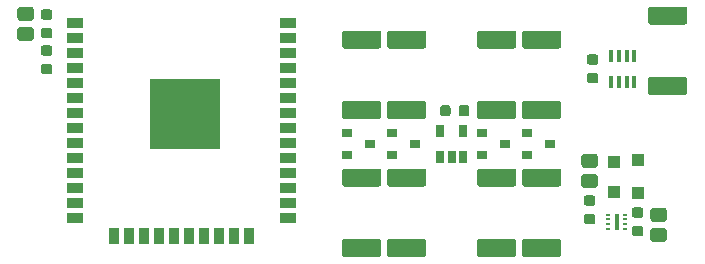
<source format=gtp>
G04 #@! TF.GenerationSoftware,KiCad,Pcbnew,5.0.0-rc3-unknown-3df2743~65~ubuntu18.04.1*
G04 #@! TF.CreationDate,2018-07-04T11:38:03+02:00*
G04 #@! TF.ProjectId,ESP32-li-ion-cell-monitor,45535033322D6C692D696F6E2D63656C,1.0*
G04 #@! TF.SameCoordinates,Original*
G04 #@! TF.FileFunction,Paste,Top*
G04 #@! TF.FilePolarity,Positive*
%FSLAX46Y46*%
G04 Gerber Fmt 4.6, Leading zero omitted, Abs format (unit mm)*
G04 Created by KiCad (PCBNEW 5.0.0-rc3-unknown-3df2743~65~ubuntu18.04.1) date Wed Jul  4 11:38:03 2018*
%MOMM*%
%LPD*%
G01*
G04 APERTURE LIST*
%ADD10R,0.440000X1.440000*%
%ADD11R,0.350000X0.260000*%
%ADD12R,0.400000X1.060000*%
%ADD13R,6.000000X6.000000*%
%ADD14R,1.350000X0.900000*%
%ADD15R,0.900000X1.350000*%
%ADD16R,0.650000X1.060000*%
%ADD17C,0.100000*%
%ADD18C,1.150000*%
%ADD19C,0.875000*%
%ADD20R,0.900000X0.800000*%
%ADD21R,1.100000X1.100000*%
%ADD22R,1.000000X1.000000*%
%ADD23C,1.525000*%
G04 APERTURE END LIST*
D10*
G04 #@! TO.C,U1*
X215392000Y-70104000D03*
D11*
X216092000Y-69504000D03*
X216092000Y-69904000D03*
X216092000Y-70304000D03*
X216092000Y-70704000D03*
X214692000Y-70704000D03*
X214692000Y-70304000D03*
X214692000Y-69904000D03*
X214692000Y-69504000D03*
G04 #@! TD*
D12*
G04 #@! TO.C,U3*
X216880000Y-58250000D03*
X216230000Y-58250000D03*
X215570000Y-58250000D03*
X214920000Y-58250000D03*
X214920000Y-56050000D03*
X215570000Y-56050000D03*
X216230000Y-56050000D03*
X216880000Y-56050000D03*
G04 #@! TD*
D13*
G04 #@! TO.C,U2*
X178856000Y-60990000D03*
D14*
X169556000Y-53280000D03*
X169556000Y-54550000D03*
X169556000Y-55820000D03*
X169556000Y-57090000D03*
X169556000Y-58360000D03*
X169556000Y-59630000D03*
X169556000Y-60900000D03*
X169556000Y-62170000D03*
X169556000Y-63440000D03*
X169556000Y-64710000D03*
X169556000Y-65980000D03*
X169556000Y-67250000D03*
X169556000Y-68520000D03*
X169556000Y-69790000D03*
D15*
X172856000Y-71290000D03*
X174126000Y-71290000D03*
X175396000Y-71290000D03*
X176666000Y-71290000D03*
X177936000Y-71290000D03*
X179206000Y-71290000D03*
X180476000Y-71290000D03*
X181746000Y-71290000D03*
X183016000Y-71290000D03*
X184286000Y-71290000D03*
D14*
X187586000Y-69790000D03*
X187586000Y-68520000D03*
X187586000Y-67250000D03*
X187586000Y-65980000D03*
X187586000Y-64710000D03*
X187586000Y-63440000D03*
X187586000Y-62170000D03*
X187586000Y-60900000D03*
X187586000Y-59630000D03*
X187586000Y-58360000D03*
X187586000Y-57090000D03*
X187586000Y-55820000D03*
X187586000Y-54550000D03*
X187586000Y-53280000D03*
G04 #@! TD*
D16*
G04 #@! TO.C,U4*
X200472000Y-64600000D03*
X201422000Y-64600000D03*
X202372000Y-64600000D03*
X202372000Y-62400000D03*
X200472000Y-62400000D03*
G04 #@! TD*
D17*
G04 #@! TO.C,C1*
G36*
X165828505Y-51916204D02*
X165852773Y-51919804D01*
X165876572Y-51925765D01*
X165899671Y-51934030D01*
X165921850Y-51944520D01*
X165942893Y-51957132D01*
X165962599Y-51971747D01*
X165980777Y-51988223D01*
X165997253Y-52006401D01*
X166011868Y-52026107D01*
X166024480Y-52047150D01*
X166034970Y-52069329D01*
X166043235Y-52092428D01*
X166049196Y-52116227D01*
X166052796Y-52140495D01*
X166054000Y-52164999D01*
X166054000Y-52815001D01*
X166052796Y-52839505D01*
X166049196Y-52863773D01*
X166043235Y-52887572D01*
X166034970Y-52910671D01*
X166024480Y-52932850D01*
X166011868Y-52953893D01*
X165997253Y-52973599D01*
X165980777Y-52991777D01*
X165962599Y-53008253D01*
X165942893Y-53022868D01*
X165921850Y-53035480D01*
X165899671Y-53045970D01*
X165876572Y-53054235D01*
X165852773Y-53060196D01*
X165828505Y-53063796D01*
X165804001Y-53065000D01*
X164903999Y-53065000D01*
X164879495Y-53063796D01*
X164855227Y-53060196D01*
X164831428Y-53054235D01*
X164808329Y-53045970D01*
X164786150Y-53035480D01*
X164765107Y-53022868D01*
X164745401Y-53008253D01*
X164727223Y-52991777D01*
X164710747Y-52973599D01*
X164696132Y-52953893D01*
X164683520Y-52932850D01*
X164673030Y-52910671D01*
X164664765Y-52887572D01*
X164658804Y-52863773D01*
X164655204Y-52839505D01*
X164654000Y-52815001D01*
X164654000Y-52164999D01*
X164655204Y-52140495D01*
X164658804Y-52116227D01*
X164664765Y-52092428D01*
X164673030Y-52069329D01*
X164683520Y-52047150D01*
X164696132Y-52026107D01*
X164710747Y-52006401D01*
X164727223Y-51988223D01*
X164745401Y-51971747D01*
X164765107Y-51957132D01*
X164786150Y-51944520D01*
X164808329Y-51934030D01*
X164831428Y-51925765D01*
X164855227Y-51919804D01*
X164879495Y-51916204D01*
X164903999Y-51915000D01*
X165804001Y-51915000D01*
X165828505Y-51916204D01*
X165828505Y-51916204D01*
G37*
D18*
X165354000Y-52490000D03*
D17*
G36*
X165828505Y-53616204D02*
X165852773Y-53619804D01*
X165876572Y-53625765D01*
X165899671Y-53634030D01*
X165921850Y-53644520D01*
X165942893Y-53657132D01*
X165962599Y-53671747D01*
X165980777Y-53688223D01*
X165997253Y-53706401D01*
X166011868Y-53726107D01*
X166024480Y-53747150D01*
X166034970Y-53769329D01*
X166043235Y-53792428D01*
X166049196Y-53816227D01*
X166052796Y-53840495D01*
X166054000Y-53864999D01*
X166054000Y-54515001D01*
X166052796Y-54539505D01*
X166049196Y-54563773D01*
X166043235Y-54587572D01*
X166034970Y-54610671D01*
X166024480Y-54632850D01*
X166011868Y-54653893D01*
X165997253Y-54673599D01*
X165980777Y-54691777D01*
X165962599Y-54708253D01*
X165942893Y-54722868D01*
X165921850Y-54735480D01*
X165899671Y-54745970D01*
X165876572Y-54754235D01*
X165852773Y-54760196D01*
X165828505Y-54763796D01*
X165804001Y-54765000D01*
X164903999Y-54765000D01*
X164879495Y-54763796D01*
X164855227Y-54760196D01*
X164831428Y-54754235D01*
X164808329Y-54745970D01*
X164786150Y-54735480D01*
X164765107Y-54722868D01*
X164745401Y-54708253D01*
X164727223Y-54691777D01*
X164710747Y-54673599D01*
X164696132Y-54653893D01*
X164683520Y-54632850D01*
X164673030Y-54610671D01*
X164664765Y-54587572D01*
X164658804Y-54563773D01*
X164655204Y-54539505D01*
X164654000Y-54515001D01*
X164654000Y-53864999D01*
X164655204Y-53840495D01*
X164658804Y-53816227D01*
X164664765Y-53792428D01*
X164673030Y-53769329D01*
X164683520Y-53747150D01*
X164696132Y-53726107D01*
X164710747Y-53706401D01*
X164727223Y-53688223D01*
X164745401Y-53671747D01*
X164765107Y-53657132D01*
X164786150Y-53644520D01*
X164808329Y-53634030D01*
X164831428Y-53625765D01*
X164855227Y-53619804D01*
X164879495Y-53616204D01*
X164903999Y-53615000D01*
X165804001Y-53615000D01*
X165828505Y-53616204D01*
X165828505Y-53616204D01*
G37*
D18*
X165354000Y-54190000D03*
G04 #@! TD*
D17*
G04 #@! TO.C,C4*
G36*
X217447691Y-70455053D02*
X217468926Y-70458203D01*
X217489750Y-70463419D01*
X217509962Y-70470651D01*
X217529368Y-70479830D01*
X217547781Y-70490866D01*
X217565024Y-70503654D01*
X217580930Y-70518070D01*
X217595346Y-70533976D01*
X217608134Y-70551219D01*
X217619170Y-70569632D01*
X217628349Y-70589038D01*
X217635581Y-70609250D01*
X217640797Y-70630074D01*
X217643947Y-70651309D01*
X217645000Y-70672750D01*
X217645000Y-71110250D01*
X217643947Y-71131691D01*
X217640797Y-71152926D01*
X217635581Y-71173750D01*
X217628349Y-71193962D01*
X217619170Y-71213368D01*
X217608134Y-71231781D01*
X217595346Y-71249024D01*
X217580930Y-71264930D01*
X217565024Y-71279346D01*
X217547781Y-71292134D01*
X217529368Y-71303170D01*
X217509962Y-71312349D01*
X217489750Y-71319581D01*
X217468926Y-71324797D01*
X217447691Y-71327947D01*
X217426250Y-71329000D01*
X216913750Y-71329000D01*
X216892309Y-71327947D01*
X216871074Y-71324797D01*
X216850250Y-71319581D01*
X216830038Y-71312349D01*
X216810632Y-71303170D01*
X216792219Y-71292134D01*
X216774976Y-71279346D01*
X216759070Y-71264930D01*
X216744654Y-71249024D01*
X216731866Y-71231781D01*
X216720830Y-71213368D01*
X216711651Y-71193962D01*
X216704419Y-71173750D01*
X216699203Y-71152926D01*
X216696053Y-71131691D01*
X216695000Y-71110250D01*
X216695000Y-70672750D01*
X216696053Y-70651309D01*
X216699203Y-70630074D01*
X216704419Y-70609250D01*
X216711651Y-70589038D01*
X216720830Y-70569632D01*
X216731866Y-70551219D01*
X216744654Y-70533976D01*
X216759070Y-70518070D01*
X216774976Y-70503654D01*
X216792219Y-70490866D01*
X216810632Y-70479830D01*
X216830038Y-70470651D01*
X216850250Y-70463419D01*
X216871074Y-70458203D01*
X216892309Y-70455053D01*
X216913750Y-70454000D01*
X217426250Y-70454000D01*
X217447691Y-70455053D01*
X217447691Y-70455053D01*
G37*
D19*
X217170000Y-70891500D03*
D17*
G36*
X217447691Y-68880053D02*
X217468926Y-68883203D01*
X217489750Y-68888419D01*
X217509962Y-68895651D01*
X217529368Y-68904830D01*
X217547781Y-68915866D01*
X217565024Y-68928654D01*
X217580930Y-68943070D01*
X217595346Y-68958976D01*
X217608134Y-68976219D01*
X217619170Y-68994632D01*
X217628349Y-69014038D01*
X217635581Y-69034250D01*
X217640797Y-69055074D01*
X217643947Y-69076309D01*
X217645000Y-69097750D01*
X217645000Y-69535250D01*
X217643947Y-69556691D01*
X217640797Y-69577926D01*
X217635581Y-69598750D01*
X217628349Y-69618962D01*
X217619170Y-69638368D01*
X217608134Y-69656781D01*
X217595346Y-69674024D01*
X217580930Y-69689930D01*
X217565024Y-69704346D01*
X217547781Y-69717134D01*
X217529368Y-69728170D01*
X217509962Y-69737349D01*
X217489750Y-69744581D01*
X217468926Y-69749797D01*
X217447691Y-69752947D01*
X217426250Y-69754000D01*
X216913750Y-69754000D01*
X216892309Y-69752947D01*
X216871074Y-69749797D01*
X216850250Y-69744581D01*
X216830038Y-69737349D01*
X216810632Y-69728170D01*
X216792219Y-69717134D01*
X216774976Y-69704346D01*
X216759070Y-69689930D01*
X216744654Y-69674024D01*
X216731866Y-69656781D01*
X216720830Y-69638368D01*
X216711651Y-69618962D01*
X216704419Y-69598750D01*
X216699203Y-69577926D01*
X216696053Y-69556691D01*
X216695000Y-69535250D01*
X216695000Y-69097750D01*
X216696053Y-69076309D01*
X216699203Y-69055074D01*
X216704419Y-69034250D01*
X216711651Y-69014038D01*
X216720830Y-68994632D01*
X216731866Y-68976219D01*
X216744654Y-68958976D01*
X216759070Y-68943070D01*
X216774976Y-68928654D01*
X216792219Y-68915866D01*
X216810632Y-68904830D01*
X216830038Y-68895651D01*
X216850250Y-68888419D01*
X216871074Y-68883203D01*
X216892309Y-68880053D01*
X216913750Y-68879000D01*
X217426250Y-68879000D01*
X217447691Y-68880053D01*
X217447691Y-68880053D01*
G37*
D19*
X217170000Y-69316500D03*
G04 #@! TD*
D17*
G04 #@! TO.C,C5*
G36*
X213580505Y-66062204D02*
X213604773Y-66065804D01*
X213628572Y-66071765D01*
X213651671Y-66080030D01*
X213673850Y-66090520D01*
X213694893Y-66103132D01*
X213714599Y-66117747D01*
X213732777Y-66134223D01*
X213749253Y-66152401D01*
X213763868Y-66172107D01*
X213776480Y-66193150D01*
X213786970Y-66215329D01*
X213795235Y-66238428D01*
X213801196Y-66262227D01*
X213804796Y-66286495D01*
X213806000Y-66310999D01*
X213806000Y-66961001D01*
X213804796Y-66985505D01*
X213801196Y-67009773D01*
X213795235Y-67033572D01*
X213786970Y-67056671D01*
X213776480Y-67078850D01*
X213763868Y-67099893D01*
X213749253Y-67119599D01*
X213732777Y-67137777D01*
X213714599Y-67154253D01*
X213694893Y-67168868D01*
X213673850Y-67181480D01*
X213651671Y-67191970D01*
X213628572Y-67200235D01*
X213604773Y-67206196D01*
X213580505Y-67209796D01*
X213556001Y-67211000D01*
X212655999Y-67211000D01*
X212631495Y-67209796D01*
X212607227Y-67206196D01*
X212583428Y-67200235D01*
X212560329Y-67191970D01*
X212538150Y-67181480D01*
X212517107Y-67168868D01*
X212497401Y-67154253D01*
X212479223Y-67137777D01*
X212462747Y-67119599D01*
X212448132Y-67099893D01*
X212435520Y-67078850D01*
X212425030Y-67056671D01*
X212416765Y-67033572D01*
X212410804Y-67009773D01*
X212407204Y-66985505D01*
X212406000Y-66961001D01*
X212406000Y-66310999D01*
X212407204Y-66286495D01*
X212410804Y-66262227D01*
X212416765Y-66238428D01*
X212425030Y-66215329D01*
X212435520Y-66193150D01*
X212448132Y-66172107D01*
X212462747Y-66152401D01*
X212479223Y-66134223D01*
X212497401Y-66117747D01*
X212517107Y-66103132D01*
X212538150Y-66090520D01*
X212560329Y-66080030D01*
X212583428Y-66071765D01*
X212607227Y-66065804D01*
X212631495Y-66062204D01*
X212655999Y-66061000D01*
X213556001Y-66061000D01*
X213580505Y-66062204D01*
X213580505Y-66062204D01*
G37*
D18*
X213106000Y-66636000D03*
D17*
G36*
X213580505Y-64362204D02*
X213604773Y-64365804D01*
X213628572Y-64371765D01*
X213651671Y-64380030D01*
X213673850Y-64390520D01*
X213694893Y-64403132D01*
X213714599Y-64417747D01*
X213732777Y-64434223D01*
X213749253Y-64452401D01*
X213763868Y-64472107D01*
X213776480Y-64493150D01*
X213786970Y-64515329D01*
X213795235Y-64538428D01*
X213801196Y-64562227D01*
X213804796Y-64586495D01*
X213806000Y-64610999D01*
X213806000Y-65261001D01*
X213804796Y-65285505D01*
X213801196Y-65309773D01*
X213795235Y-65333572D01*
X213786970Y-65356671D01*
X213776480Y-65378850D01*
X213763868Y-65399893D01*
X213749253Y-65419599D01*
X213732777Y-65437777D01*
X213714599Y-65454253D01*
X213694893Y-65468868D01*
X213673850Y-65481480D01*
X213651671Y-65491970D01*
X213628572Y-65500235D01*
X213604773Y-65506196D01*
X213580505Y-65509796D01*
X213556001Y-65511000D01*
X212655999Y-65511000D01*
X212631495Y-65509796D01*
X212607227Y-65506196D01*
X212583428Y-65500235D01*
X212560329Y-65491970D01*
X212538150Y-65481480D01*
X212517107Y-65468868D01*
X212497401Y-65454253D01*
X212479223Y-65437777D01*
X212462747Y-65419599D01*
X212448132Y-65399893D01*
X212435520Y-65378850D01*
X212425030Y-65356671D01*
X212416765Y-65333572D01*
X212410804Y-65309773D01*
X212407204Y-65285505D01*
X212406000Y-65261001D01*
X212406000Y-64610999D01*
X212407204Y-64586495D01*
X212410804Y-64562227D01*
X212416765Y-64538428D01*
X212425030Y-64515329D01*
X212435520Y-64493150D01*
X212448132Y-64472107D01*
X212462747Y-64452401D01*
X212479223Y-64434223D01*
X212497401Y-64417747D01*
X212517107Y-64403132D01*
X212538150Y-64390520D01*
X212560329Y-64380030D01*
X212583428Y-64371765D01*
X212607227Y-64365804D01*
X212631495Y-64362204D01*
X212655999Y-64361000D01*
X213556001Y-64361000D01*
X213580505Y-64362204D01*
X213580505Y-64362204D01*
G37*
D18*
X213106000Y-64936000D03*
G04 #@! TD*
D17*
G04 #@! TO.C,C6*
G36*
X213383691Y-67864053D02*
X213404926Y-67867203D01*
X213425750Y-67872419D01*
X213445962Y-67879651D01*
X213465368Y-67888830D01*
X213483781Y-67899866D01*
X213501024Y-67912654D01*
X213516930Y-67927070D01*
X213531346Y-67942976D01*
X213544134Y-67960219D01*
X213555170Y-67978632D01*
X213564349Y-67998038D01*
X213571581Y-68018250D01*
X213576797Y-68039074D01*
X213579947Y-68060309D01*
X213581000Y-68081750D01*
X213581000Y-68519250D01*
X213579947Y-68540691D01*
X213576797Y-68561926D01*
X213571581Y-68582750D01*
X213564349Y-68602962D01*
X213555170Y-68622368D01*
X213544134Y-68640781D01*
X213531346Y-68658024D01*
X213516930Y-68673930D01*
X213501024Y-68688346D01*
X213483781Y-68701134D01*
X213465368Y-68712170D01*
X213445962Y-68721349D01*
X213425750Y-68728581D01*
X213404926Y-68733797D01*
X213383691Y-68736947D01*
X213362250Y-68738000D01*
X212849750Y-68738000D01*
X212828309Y-68736947D01*
X212807074Y-68733797D01*
X212786250Y-68728581D01*
X212766038Y-68721349D01*
X212746632Y-68712170D01*
X212728219Y-68701134D01*
X212710976Y-68688346D01*
X212695070Y-68673930D01*
X212680654Y-68658024D01*
X212667866Y-68640781D01*
X212656830Y-68622368D01*
X212647651Y-68602962D01*
X212640419Y-68582750D01*
X212635203Y-68561926D01*
X212632053Y-68540691D01*
X212631000Y-68519250D01*
X212631000Y-68081750D01*
X212632053Y-68060309D01*
X212635203Y-68039074D01*
X212640419Y-68018250D01*
X212647651Y-67998038D01*
X212656830Y-67978632D01*
X212667866Y-67960219D01*
X212680654Y-67942976D01*
X212695070Y-67927070D01*
X212710976Y-67912654D01*
X212728219Y-67899866D01*
X212746632Y-67888830D01*
X212766038Y-67879651D01*
X212786250Y-67872419D01*
X212807074Y-67867203D01*
X212828309Y-67864053D01*
X212849750Y-67863000D01*
X213362250Y-67863000D01*
X213383691Y-67864053D01*
X213383691Y-67864053D01*
G37*
D19*
X213106000Y-68300500D03*
D17*
G36*
X213383691Y-69439053D02*
X213404926Y-69442203D01*
X213425750Y-69447419D01*
X213445962Y-69454651D01*
X213465368Y-69463830D01*
X213483781Y-69474866D01*
X213501024Y-69487654D01*
X213516930Y-69502070D01*
X213531346Y-69517976D01*
X213544134Y-69535219D01*
X213555170Y-69553632D01*
X213564349Y-69573038D01*
X213571581Y-69593250D01*
X213576797Y-69614074D01*
X213579947Y-69635309D01*
X213581000Y-69656750D01*
X213581000Y-70094250D01*
X213579947Y-70115691D01*
X213576797Y-70136926D01*
X213571581Y-70157750D01*
X213564349Y-70177962D01*
X213555170Y-70197368D01*
X213544134Y-70215781D01*
X213531346Y-70233024D01*
X213516930Y-70248930D01*
X213501024Y-70263346D01*
X213483781Y-70276134D01*
X213465368Y-70287170D01*
X213445962Y-70296349D01*
X213425750Y-70303581D01*
X213404926Y-70308797D01*
X213383691Y-70311947D01*
X213362250Y-70313000D01*
X212849750Y-70313000D01*
X212828309Y-70311947D01*
X212807074Y-70308797D01*
X212786250Y-70303581D01*
X212766038Y-70296349D01*
X212746632Y-70287170D01*
X212728219Y-70276134D01*
X212710976Y-70263346D01*
X212695070Y-70248930D01*
X212680654Y-70233024D01*
X212667866Y-70215781D01*
X212656830Y-70197368D01*
X212647651Y-70177962D01*
X212640419Y-70157750D01*
X212635203Y-70136926D01*
X212632053Y-70115691D01*
X212631000Y-70094250D01*
X212631000Y-69656750D01*
X212632053Y-69635309D01*
X212635203Y-69614074D01*
X212640419Y-69593250D01*
X212647651Y-69573038D01*
X212656830Y-69553632D01*
X212667866Y-69535219D01*
X212680654Y-69517976D01*
X212695070Y-69502070D01*
X212710976Y-69487654D01*
X212728219Y-69474866D01*
X212746632Y-69463830D01*
X212766038Y-69454651D01*
X212786250Y-69447419D01*
X212807074Y-69442203D01*
X212828309Y-69439053D01*
X212849750Y-69438000D01*
X213362250Y-69438000D01*
X213383691Y-69439053D01*
X213383691Y-69439053D01*
G37*
D19*
X213106000Y-69875500D03*
G04 #@! TD*
D20*
G04 #@! TO.C,Q1*
X194548000Y-63500000D03*
X192548000Y-64450000D03*
X192548000Y-62550000D03*
G04 #@! TD*
G04 #@! TO.C,Q2*
X196358000Y-62550000D03*
X196358000Y-64450000D03*
X198358000Y-63500000D03*
G04 #@! TD*
G04 #@! TO.C,Q3*
X203978000Y-62550000D03*
X203978000Y-64450000D03*
X205978000Y-63500000D03*
G04 #@! TD*
G04 #@! TO.C,Q4*
X209788000Y-63500000D03*
X207788000Y-64450000D03*
X207788000Y-62550000D03*
G04 #@! TD*
D17*
G04 #@! TO.C,C2*
G36*
X219422505Y-68934204D02*
X219446773Y-68937804D01*
X219470572Y-68943765D01*
X219493671Y-68952030D01*
X219515850Y-68962520D01*
X219536893Y-68975132D01*
X219556599Y-68989747D01*
X219574777Y-69006223D01*
X219591253Y-69024401D01*
X219605868Y-69044107D01*
X219618480Y-69065150D01*
X219628970Y-69087329D01*
X219637235Y-69110428D01*
X219643196Y-69134227D01*
X219646796Y-69158495D01*
X219648000Y-69182999D01*
X219648000Y-69833001D01*
X219646796Y-69857505D01*
X219643196Y-69881773D01*
X219637235Y-69905572D01*
X219628970Y-69928671D01*
X219618480Y-69950850D01*
X219605868Y-69971893D01*
X219591253Y-69991599D01*
X219574777Y-70009777D01*
X219556599Y-70026253D01*
X219536893Y-70040868D01*
X219515850Y-70053480D01*
X219493671Y-70063970D01*
X219470572Y-70072235D01*
X219446773Y-70078196D01*
X219422505Y-70081796D01*
X219398001Y-70083000D01*
X218497999Y-70083000D01*
X218473495Y-70081796D01*
X218449227Y-70078196D01*
X218425428Y-70072235D01*
X218402329Y-70063970D01*
X218380150Y-70053480D01*
X218359107Y-70040868D01*
X218339401Y-70026253D01*
X218321223Y-70009777D01*
X218304747Y-69991599D01*
X218290132Y-69971893D01*
X218277520Y-69950850D01*
X218267030Y-69928671D01*
X218258765Y-69905572D01*
X218252804Y-69881773D01*
X218249204Y-69857505D01*
X218248000Y-69833001D01*
X218248000Y-69182999D01*
X218249204Y-69158495D01*
X218252804Y-69134227D01*
X218258765Y-69110428D01*
X218267030Y-69087329D01*
X218277520Y-69065150D01*
X218290132Y-69044107D01*
X218304747Y-69024401D01*
X218321223Y-69006223D01*
X218339401Y-68989747D01*
X218359107Y-68975132D01*
X218380150Y-68962520D01*
X218402329Y-68952030D01*
X218425428Y-68943765D01*
X218449227Y-68937804D01*
X218473495Y-68934204D01*
X218497999Y-68933000D01*
X219398001Y-68933000D01*
X219422505Y-68934204D01*
X219422505Y-68934204D01*
G37*
D18*
X218948000Y-69508000D03*
D17*
G36*
X219422505Y-70634204D02*
X219446773Y-70637804D01*
X219470572Y-70643765D01*
X219493671Y-70652030D01*
X219515850Y-70662520D01*
X219536893Y-70675132D01*
X219556599Y-70689747D01*
X219574777Y-70706223D01*
X219591253Y-70724401D01*
X219605868Y-70744107D01*
X219618480Y-70765150D01*
X219628970Y-70787329D01*
X219637235Y-70810428D01*
X219643196Y-70834227D01*
X219646796Y-70858495D01*
X219648000Y-70882999D01*
X219648000Y-71533001D01*
X219646796Y-71557505D01*
X219643196Y-71581773D01*
X219637235Y-71605572D01*
X219628970Y-71628671D01*
X219618480Y-71650850D01*
X219605868Y-71671893D01*
X219591253Y-71691599D01*
X219574777Y-71709777D01*
X219556599Y-71726253D01*
X219536893Y-71740868D01*
X219515850Y-71753480D01*
X219493671Y-71763970D01*
X219470572Y-71772235D01*
X219446773Y-71778196D01*
X219422505Y-71781796D01*
X219398001Y-71783000D01*
X218497999Y-71783000D01*
X218473495Y-71781796D01*
X218449227Y-71778196D01*
X218425428Y-71772235D01*
X218402329Y-71763970D01*
X218380150Y-71753480D01*
X218359107Y-71740868D01*
X218339401Y-71726253D01*
X218321223Y-71709777D01*
X218304747Y-71691599D01*
X218290132Y-71671893D01*
X218277520Y-71650850D01*
X218267030Y-71628671D01*
X218258765Y-71605572D01*
X218252804Y-71581773D01*
X218249204Y-71557505D01*
X218248000Y-71533001D01*
X218248000Y-70882999D01*
X218249204Y-70858495D01*
X218252804Y-70834227D01*
X218258765Y-70810428D01*
X218267030Y-70787329D01*
X218277520Y-70765150D01*
X218290132Y-70744107D01*
X218304747Y-70724401D01*
X218321223Y-70706223D01*
X218339401Y-70689747D01*
X218359107Y-70675132D01*
X218380150Y-70662520D01*
X218402329Y-70652030D01*
X218425428Y-70643765D01*
X218449227Y-70637804D01*
X218473495Y-70634204D01*
X218497999Y-70633000D01*
X219398001Y-70633000D01*
X219422505Y-70634204D01*
X219422505Y-70634204D01*
G37*
D18*
X218948000Y-71208000D03*
G04 #@! TD*
D17*
G04 #@! TO.C,C3*
G36*
X167409691Y-52116053D02*
X167430926Y-52119203D01*
X167451750Y-52124419D01*
X167471962Y-52131651D01*
X167491368Y-52140830D01*
X167509781Y-52151866D01*
X167527024Y-52164654D01*
X167542930Y-52179070D01*
X167557346Y-52194976D01*
X167570134Y-52212219D01*
X167581170Y-52230632D01*
X167590349Y-52250038D01*
X167597581Y-52270250D01*
X167602797Y-52291074D01*
X167605947Y-52312309D01*
X167607000Y-52333750D01*
X167607000Y-52771250D01*
X167605947Y-52792691D01*
X167602797Y-52813926D01*
X167597581Y-52834750D01*
X167590349Y-52854962D01*
X167581170Y-52874368D01*
X167570134Y-52892781D01*
X167557346Y-52910024D01*
X167542930Y-52925930D01*
X167527024Y-52940346D01*
X167509781Y-52953134D01*
X167491368Y-52964170D01*
X167471962Y-52973349D01*
X167451750Y-52980581D01*
X167430926Y-52985797D01*
X167409691Y-52988947D01*
X167388250Y-52990000D01*
X166875750Y-52990000D01*
X166854309Y-52988947D01*
X166833074Y-52985797D01*
X166812250Y-52980581D01*
X166792038Y-52973349D01*
X166772632Y-52964170D01*
X166754219Y-52953134D01*
X166736976Y-52940346D01*
X166721070Y-52925930D01*
X166706654Y-52910024D01*
X166693866Y-52892781D01*
X166682830Y-52874368D01*
X166673651Y-52854962D01*
X166666419Y-52834750D01*
X166661203Y-52813926D01*
X166658053Y-52792691D01*
X166657000Y-52771250D01*
X166657000Y-52333750D01*
X166658053Y-52312309D01*
X166661203Y-52291074D01*
X166666419Y-52270250D01*
X166673651Y-52250038D01*
X166682830Y-52230632D01*
X166693866Y-52212219D01*
X166706654Y-52194976D01*
X166721070Y-52179070D01*
X166736976Y-52164654D01*
X166754219Y-52151866D01*
X166772632Y-52140830D01*
X166792038Y-52131651D01*
X166812250Y-52124419D01*
X166833074Y-52119203D01*
X166854309Y-52116053D01*
X166875750Y-52115000D01*
X167388250Y-52115000D01*
X167409691Y-52116053D01*
X167409691Y-52116053D01*
G37*
D19*
X167132000Y-52552500D03*
D17*
G36*
X167409691Y-53691053D02*
X167430926Y-53694203D01*
X167451750Y-53699419D01*
X167471962Y-53706651D01*
X167491368Y-53715830D01*
X167509781Y-53726866D01*
X167527024Y-53739654D01*
X167542930Y-53754070D01*
X167557346Y-53769976D01*
X167570134Y-53787219D01*
X167581170Y-53805632D01*
X167590349Y-53825038D01*
X167597581Y-53845250D01*
X167602797Y-53866074D01*
X167605947Y-53887309D01*
X167607000Y-53908750D01*
X167607000Y-54346250D01*
X167605947Y-54367691D01*
X167602797Y-54388926D01*
X167597581Y-54409750D01*
X167590349Y-54429962D01*
X167581170Y-54449368D01*
X167570134Y-54467781D01*
X167557346Y-54485024D01*
X167542930Y-54500930D01*
X167527024Y-54515346D01*
X167509781Y-54528134D01*
X167491368Y-54539170D01*
X167471962Y-54548349D01*
X167451750Y-54555581D01*
X167430926Y-54560797D01*
X167409691Y-54563947D01*
X167388250Y-54565000D01*
X166875750Y-54565000D01*
X166854309Y-54563947D01*
X166833074Y-54560797D01*
X166812250Y-54555581D01*
X166792038Y-54548349D01*
X166772632Y-54539170D01*
X166754219Y-54528134D01*
X166736976Y-54515346D01*
X166721070Y-54500930D01*
X166706654Y-54485024D01*
X166693866Y-54467781D01*
X166682830Y-54449368D01*
X166673651Y-54429962D01*
X166666419Y-54409750D01*
X166661203Y-54388926D01*
X166658053Y-54367691D01*
X166657000Y-54346250D01*
X166657000Y-53908750D01*
X166658053Y-53887309D01*
X166661203Y-53866074D01*
X166666419Y-53845250D01*
X166673651Y-53825038D01*
X166682830Y-53805632D01*
X166693866Y-53787219D01*
X166706654Y-53769976D01*
X166721070Y-53754070D01*
X166736976Y-53739654D01*
X166754219Y-53726866D01*
X166772632Y-53715830D01*
X166792038Y-53706651D01*
X166812250Y-53699419D01*
X166833074Y-53694203D01*
X166854309Y-53691053D01*
X166875750Y-53690000D01*
X167388250Y-53690000D01*
X167409691Y-53691053D01*
X167409691Y-53691053D01*
G37*
D19*
X167132000Y-54127500D03*
G04 #@! TD*
D17*
G04 #@! TO.C,R1*
G36*
X167409691Y-56739053D02*
X167430926Y-56742203D01*
X167451750Y-56747419D01*
X167471962Y-56754651D01*
X167491368Y-56763830D01*
X167509781Y-56774866D01*
X167527024Y-56787654D01*
X167542930Y-56802070D01*
X167557346Y-56817976D01*
X167570134Y-56835219D01*
X167581170Y-56853632D01*
X167590349Y-56873038D01*
X167597581Y-56893250D01*
X167602797Y-56914074D01*
X167605947Y-56935309D01*
X167607000Y-56956750D01*
X167607000Y-57394250D01*
X167605947Y-57415691D01*
X167602797Y-57436926D01*
X167597581Y-57457750D01*
X167590349Y-57477962D01*
X167581170Y-57497368D01*
X167570134Y-57515781D01*
X167557346Y-57533024D01*
X167542930Y-57548930D01*
X167527024Y-57563346D01*
X167509781Y-57576134D01*
X167491368Y-57587170D01*
X167471962Y-57596349D01*
X167451750Y-57603581D01*
X167430926Y-57608797D01*
X167409691Y-57611947D01*
X167388250Y-57613000D01*
X166875750Y-57613000D01*
X166854309Y-57611947D01*
X166833074Y-57608797D01*
X166812250Y-57603581D01*
X166792038Y-57596349D01*
X166772632Y-57587170D01*
X166754219Y-57576134D01*
X166736976Y-57563346D01*
X166721070Y-57548930D01*
X166706654Y-57533024D01*
X166693866Y-57515781D01*
X166682830Y-57497368D01*
X166673651Y-57477962D01*
X166666419Y-57457750D01*
X166661203Y-57436926D01*
X166658053Y-57415691D01*
X166657000Y-57394250D01*
X166657000Y-56956750D01*
X166658053Y-56935309D01*
X166661203Y-56914074D01*
X166666419Y-56893250D01*
X166673651Y-56873038D01*
X166682830Y-56853632D01*
X166693866Y-56835219D01*
X166706654Y-56817976D01*
X166721070Y-56802070D01*
X166736976Y-56787654D01*
X166754219Y-56774866D01*
X166772632Y-56763830D01*
X166792038Y-56754651D01*
X166812250Y-56747419D01*
X166833074Y-56742203D01*
X166854309Y-56739053D01*
X166875750Y-56738000D01*
X167388250Y-56738000D01*
X167409691Y-56739053D01*
X167409691Y-56739053D01*
G37*
D19*
X167132000Y-57175500D03*
D17*
G36*
X167409691Y-55164053D02*
X167430926Y-55167203D01*
X167451750Y-55172419D01*
X167471962Y-55179651D01*
X167491368Y-55188830D01*
X167509781Y-55199866D01*
X167527024Y-55212654D01*
X167542930Y-55227070D01*
X167557346Y-55242976D01*
X167570134Y-55260219D01*
X167581170Y-55278632D01*
X167590349Y-55298038D01*
X167597581Y-55318250D01*
X167602797Y-55339074D01*
X167605947Y-55360309D01*
X167607000Y-55381750D01*
X167607000Y-55819250D01*
X167605947Y-55840691D01*
X167602797Y-55861926D01*
X167597581Y-55882750D01*
X167590349Y-55902962D01*
X167581170Y-55922368D01*
X167570134Y-55940781D01*
X167557346Y-55958024D01*
X167542930Y-55973930D01*
X167527024Y-55988346D01*
X167509781Y-56001134D01*
X167491368Y-56012170D01*
X167471962Y-56021349D01*
X167451750Y-56028581D01*
X167430926Y-56033797D01*
X167409691Y-56036947D01*
X167388250Y-56038000D01*
X166875750Y-56038000D01*
X166854309Y-56036947D01*
X166833074Y-56033797D01*
X166812250Y-56028581D01*
X166792038Y-56021349D01*
X166772632Y-56012170D01*
X166754219Y-56001134D01*
X166736976Y-55988346D01*
X166721070Y-55973930D01*
X166706654Y-55958024D01*
X166693866Y-55940781D01*
X166682830Y-55922368D01*
X166673651Y-55902962D01*
X166666419Y-55882750D01*
X166661203Y-55861926D01*
X166658053Y-55840691D01*
X166657000Y-55819250D01*
X166657000Y-55381750D01*
X166658053Y-55360309D01*
X166661203Y-55339074D01*
X166666419Y-55318250D01*
X166673651Y-55298038D01*
X166682830Y-55278632D01*
X166693866Y-55260219D01*
X166706654Y-55242976D01*
X166721070Y-55227070D01*
X166736976Y-55212654D01*
X166754219Y-55199866D01*
X166772632Y-55188830D01*
X166792038Y-55179651D01*
X166812250Y-55172419D01*
X166833074Y-55167203D01*
X166854309Y-55164053D01*
X166875750Y-55163000D01*
X167388250Y-55163000D01*
X167409691Y-55164053D01*
X167409691Y-55164053D01*
G37*
D19*
X167132000Y-55600500D03*
G04 #@! TD*
D17*
G04 #@! TO.C,C7*
G36*
X213637691Y-57501053D02*
X213658926Y-57504203D01*
X213679750Y-57509419D01*
X213699962Y-57516651D01*
X213719368Y-57525830D01*
X213737781Y-57536866D01*
X213755024Y-57549654D01*
X213770930Y-57564070D01*
X213785346Y-57579976D01*
X213798134Y-57597219D01*
X213809170Y-57615632D01*
X213818349Y-57635038D01*
X213825581Y-57655250D01*
X213830797Y-57676074D01*
X213833947Y-57697309D01*
X213835000Y-57718750D01*
X213835000Y-58156250D01*
X213833947Y-58177691D01*
X213830797Y-58198926D01*
X213825581Y-58219750D01*
X213818349Y-58239962D01*
X213809170Y-58259368D01*
X213798134Y-58277781D01*
X213785346Y-58295024D01*
X213770930Y-58310930D01*
X213755024Y-58325346D01*
X213737781Y-58338134D01*
X213719368Y-58349170D01*
X213699962Y-58358349D01*
X213679750Y-58365581D01*
X213658926Y-58370797D01*
X213637691Y-58373947D01*
X213616250Y-58375000D01*
X213103750Y-58375000D01*
X213082309Y-58373947D01*
X213061074Y-58370797D01*
X213040250Y-58365581D01*
X213020038Y-58358349D01*
X213000632Y-58349170D01*
X212982219Y-58338134D01*
X212964976Y-58325346D01*
X212949070Y-58310930D01*
X212934654Y-58295024D01*
X212921866Y-58277781D01*
X212910830Y-58259368D01*
X212901651Y-58239962D01*
X212894419Y-58219750D01*
X212889203Y-58198926D01*
X212886053Y-58177691D01*
X212885000Y-58156250D01*
X212885000Y-57718750D01*
X212886053Y-57697309D01*
X212889203Y-57676074D01*
X212894419Y-57655250D01*
X212901651Y-57635038D01*
X212910830Y-57615632D01*
X212921866Y-57597219D01*
X212934654Y-57579976D01*
X212949070Y-57564070D01*
X212964976Y-57549654D01*
X212982219Y-57536866D01*
X213000632Y-57525830D01*
X213020038Y-57516651D01*
X213040250Y-57509419D01*
X213061074Y-57504203D01*
X213082309Y-57501053D01*
X213103750Y-57500000D01*
X213616250Y-57500000D01*
X213637691Y-57501053D01*
X213637691Y-57501053D01*
G37*
D19*
X213360000Y-57937500D03*
D17*
G36*
X213637691Y-55926053D02*
X213658926Y-55929203D01*
X213679750Y-55934419D01*
X213699962Y-55941651D01*
X213719368Y-55950830D01*
X213737781Y-55961866D01*
X213755024Y-55974654D01*
X213770930Y-55989070D01*
X213785346Y-56004976D01*
X213798134Y-56022219D01*
X213809170Y-56040632D01*
X213818349Y-56060038D01*
X213825581Y-56080250D01*
X213830797Y-56101074D01*
X213833947Y-56122309D01*
X213835000Y-56143750D01*
X213835000Y-56581250D01*
X213833947Y-56602691D01*
X213830797Y-56623926D01*
X213825581Y-56644750D01*
X213818349Y-56664962D01*
X213809170Y-56684368D01*
X213798134Y-56702781D01*
X213785346Y-56720024D01*
X213770930Y-56735930D01*
X213755024Y-56750346D01*
X213737781Y-56763134D01*
X213719368Y-56774170D01*
X213699962Y-56783349D01*
X213679750Y-56790581D01*
X213658926Y-56795797D01*
X213637691Y-56798947D01*
X213616250Y-56800000D01*
X213103750Y-56800000D01*
X213082309Y-56798947D01*
X213061074Y-56795797D01*
X213040250Y-56790581D01*
X213020038Y-56783349D01*
X213000632Y-56774170D01*
X212982219Y-56763134D01*
X212964976Y-56750346D01*
X212949070Y-56735930D01*
X212934654Y-56720024D01*
X212921866Y-56702781D01*
X212910830Y-56684368D01*
X212901651Y-56664962D01*
X212894419Y-56644750D01*
X212889203Y-56623926D01*
X212886053Y-56602691D01*
X212885000Y-56581250D01*
X212885000Y-56143750D01*
X212886053Y-56122309D01*
X212889203Y-56101074D01*
X212894419Y-56080250D01*
X212901651Y-56060038D01*
X212910830Y-56040632D01*
X212921866Y-56022219D01*
X212934654Y-56004976D01*
X212949070Y-55989070D01*
X212964976Y-55974654D01*
X212982219Y-55961866D01*
X213000632Y-55950830D01*
X213020038Y-55941651D01*
X213040250Y-55934419D01*
X213061074Y-55929203D01*
X213082309Y-55926053D01*
X213103750Y-55925000D01*
X213616250Y-55925000D01*
X213637691Y-55926053D01*
X213637691Y-55926053D01*
G37*
D19*
X213360000Y-56362500D03*
G04 #@! TD*
D17*
G04 #@! TO.C,C8*
G36*
X202703691Y-60232053D02*
X202724926Y-60235203D01*
X202745750Y-60240419D01*
X202765962Y-60247651D01*
X202785368Y-60256830D01*
X202803781Y-60267866D01*
X202821024Y-60280654D01*
X202836930Y-60295070D01*
X202851346Y-60310976D01*
X202864134Y-60328219D01*
X202875170Y-60346632D01*
X202884349Y-60366038D01*
X202891581Y-60386250D01*
X202896797Y-60407074D01*
X202899947Y-60428309D01*
X202901000Y-60449750D01*
X202901000Y-60962250D01*
X202899947Y-60983691D01*
X202896797Y-61004926D01*
X202891581Y-61025750D01*
X202884349Y-61045962D01*
X202875170Y-61065368D01*
X202864134Y-61083781D01*
X202851346Y-61101024D01*
X202836930Y-61116930D01*
X202821024Y-61131346D01*
X202803781Y-61144134D01*
X202785368Y-61155170D01*
X202765962Y-61164349D01*
X202745750Y-61171581D01*
X202724926Y-61176797D01*
X202703691Y-61179947D01*
X202682250Y-61181000D01*
X202244750Y-61181000D01*
X202223309Y-61179947D01*
X202202074Y-61176797D01*
X202181250Y-61171581D01*
X202161038Y-61164349D01*
X202141632Y-61155170D01*
X202123219Y-61144134D01*
X202105976Y-61131346D01*
X202090070Y-61116930D01*
X202075654Y-61101024D01*
X202062866Y-61083781D01*
X202051830Y-61065368D01*
X202042651Y-61045962D01*
X202035419Y-61025750D01*
X202030203Y-61004926D01*
X202027053Y-60983691D01*
X202026000Y-60962250D01*
X202026000Y-60449750D01*
X202027053Y-60428309D01*
X202030203Y-60407074D01*
X202035419Y-60386250D01*
X202042651Y-60366038D01*
X202051830Y-60346632D01*
X202062866Y-60328219D01*
X202075654Y-60310976D01*
X202090070Y-60295070D01*
X202105976Y-60280654D01*
X202123219Y-60267866D01*
X202141632Y-60256830D01*
X202161038Y-60247651D01*
X202181250Y-60240419D01*
X202202074Y-60235203D01*
X202223309Y-60232053D01*
X202244750Y-60231000D01*
X202682250Y-60231000D01*
X202703691Y-60232053D01*
X202703691Y-60232053D01*
G37*
D19*
X202463500Y-60706000D03*
D17*
G36*
X201128691Y-60232053D02*
X201149926Y-60235203D01*
X201170750Y-60240419D01*
X201190962Y-60247651D01*
X201210368Y-60256830D01*
X201228781Y-60267866D01*
X201246024Y-60280654D01*
X201261930Y-60295070D01*
X201276346Y-60310976D01*
X201289134Y-60328219D01*
X201300170Y-60346632D01*
X201309349Y-60366038D01*
X201316581Y-60386250D01*
X201321797Y-60407074D01*
X201324947Y-60428309D01*
X201326000Y-60449750D01*
X201326000Y-60962250D01*
X201324947Y-60983691D01*
X201321797Y-61004926D01*
X201316581Y-61025750D01*
X201309349Y-61045962D01*
X201300170Y-61065368D01*
X201289134Y-61083781D01*
X201276346Y-61101024D01*
X201261930Y-61116930D01*
X201246024Y-61131346D01*
X201228781Y-61144134D01*
X201210368Y-61155170D01*
X201190962Y-61164349D01*
X201170750Y-61171581D01*
X201149926Y-61176797D01*
X201128691Y-61179947D01*
X201107250Y-61181000D01*
X200669750Y-61181000D01*
X200648309Y-61179947D01*
X200627074Y-61176797D01*
X200606250Y-61171581D01*
X200586038Y-61164349D01*
X200566632Y-61155170D01*
X200548219Y-61144134D01*
X200530976Y-61131346D01*
X200515070Y-61116930D01*
X200500654Y-61101024D01*
X200487866Y-61083781D01*
X200476830Y-61065368D01*
X200467651Y-61045962D01*
X200460419Y-61025750D01*
X200455203Y-61004926D01*
X200452053Y-60983691D01*
X200451000Y-60962250D01*
X200451000Y-60449750D01*
X200452053Y-60428309D01*
X200455203Y-60407074D01*
X200460419Y-60386250D01*
X200467651Y-60366038D01*
X200476830Y-60346632D01*
X200487866Y-60328219D01*
X200500654Y-60310976D01*
X200515070Y-60295070D01*
X200530976Y-60280654D01*
X200548219Y-60267866D01*
X200566632Y-60256830D01*
X200586038Y-60247651D01*
X200606250Y-60240419D01*
X200627074Y-60235203D01*
X200648309Y-60232053D01*
X200669750Y-60231000D01*
X201107250Y-60231000D01*
X201128691Y-60232053D01*
X201128691Y-60232053D01*
G37*
D19*
X200888500Y-60706000D03*
G04 #@! TD*
D21*
G04 #@! TO.C,D1*
X217170000Y-67694000D03*
X217170000Y-64894000D03*
G04 #@! TD*
D22*
G04 #@! TO.C,D2*
X215138000Y-67544000D03*
X215138000Y-65044000D03*
G04 #@! TD*
D17*
G04 #@! TO.C,R2*
G36*
X195251505Y-71568204D02*
X195275773Y-71571804D01*
X195299572Y-71577765D01*
X195322671Y-71586030D01*
X195344850Y-71596520D01*
X195365893Y-71609132D01*
X195385599Y-71623747D01*
X195403777Y-71640223D01*
X195420253Y-71658401D01*
X195434868Y-71678107D01*
X195447480Y-71699150D01*
X195457970Y-71721329D01*
X195466235Y-71744428D01*
X195472196Y-71768227D01*
X195475796Y-71792495D01*
X195477000Y-71816999D01*
X195477000Y-72842001D01*
X195475796Y-72866505D01*
X195472196Y-72890773D01*
X195466235Y-72914572D01*
X195457970Y-72937671D01*
X195447480Y-72959850D01*
X195434868Y-72980893D01*
X195420253Y-73000599D01*
X195403777Y-73018777D01*
X195385599Y-73035253D01*
X195365893Y-73049868D01*
X195344850Y-73062480D01*
X195322671Y-73072970D01*
X195299572Y-73081235D01*
X195275773Y-73087196D01*
X195251505Y-73090796D01*
X195227001Y-73092000D01*
X192376999Y-73092000D01*
X192352495Y-73090796D01*
X192328227Y-73087196D01*
X192304428Y-73081235D01*
X192281329Y-73072970D01*
X192259150Y-73062480D01*
X192238107Y-73049868D01*
X192218401Y-73035253D01*
X192200223Y-73018777D01*
X192183747Y-73000599D01*
X192169132Y-72980893D01*
X192156520Y-72959850D01*
X192146030Y-72937671D01*
X192137765Y-72914572D01*
X192131804Y-72890773D01*
X192128204Y-72866505D01*
X192127000Y-72842001D01*
X192127000Y-71816999D01*
X192128204Y-71792495D01*
X192131804Y-71768227D01*
X192137765Y-71744428D01*
X192146030Y-71721329D01*
X192156520Y-71699150D01*
X192169132Y-71678107D01*
X192183747Y-71658401D01*
X192200223Y-71640223D01*
X192218401Y-71623747D01*
X192238107Y-71609132D01*
X192259150Y-71596520D01*
X192281329Y-71586030D01*
X192304428Y-71577765D01*
X192328227Y-71571804D01*
X192352495Y-71568204D01*
X192376999Y-71567000D01*
X195227001Y-71567000D01*
X195251505Y-71568204D01*
X195251505Y-71568204D01*
G37*
D23*
X193802000Y-72329500D03*
D17*
G36*
X195251505Y-65593204D02*
X195275773Y-65596804D01*
X195299572Y-65602765D01*
X195322671Y-65611030D01*
X195344850Y-65621520D01*
X195365893Y-65634132D01*
X195385599Y-65648747D01*
X195403777Y-65665223D01*
X195420253Y-65683401D01*
X195434868Y-65703107D01*
X195447480Y-65724150D01*
X195457970Y-65746329D01*
X195466235Y-65769428D01*
X195472196Y-65793227D01*
X195475796Y-65817495D01*
X195477000Y-65841999D01*
X195477000Y-66867001D01*
X195475796Y-66891505D01*
X195472196Y-66915773D01*
X195466235Y-66939572D01*
X195457970Y-66962671D01*
X195447480Y-66984850D01*
X195434868Y-67005893D01*
X195420253Y-67025599D01*
X195403777Y-67043777D01*
X195385599Y-67060253D01*
X195365893Y-67074868D01*
X195344850Y-67087480D01*
X195322671Y-67097970D01*
X195299572Y-67106235D01*
X195275773Y-67112196D01*
X195251505Y-67115796D01*
X195227001Y-67117000D01*
X192376999Y-67117000D01*
X192352495Y-67115796D01*
X192328227Y-67112196D01*
X192304428Y-67106235D01*
X192281329Y-67097970D01*
X192259150Y-67087480D01*
X192238107Y-67074868D01*
X192218401Y-67060253D01*
X192200223Y-67043777D01*
X192183747Y-67025599D01*
X192169132Y-67005893D01*
X192156520Y-66984850D01*
X192146030Y-66962671D01*
X192137765Y-66939572D01*
X192131804Y-66915773D01*
X192128204Y-66891505D01*
X192127000Y-66867001D01*
X192127000Y-65841999D01*
X192128204Y-65817495D01*
X192131804Y-65793227D01*
X192137765Y-65769428D01*
X192146030Y-65746329D01*
X192156520Y-65724150D01*
X192169132Y-65703107D01*
X192183747Y-65683401D01*
X192200223Y-65665223D01*
X192218401Y-65648747D01*
X192238107Y-65634132D01*
X192259150Y-65621520D01*
X192281329Y-65611030D01*
X192304428Y-65602765D01*
X192328227Y-65596804D01*
X192352495Y-65593204D01*
X192376999Y-65592000D01*
X195227001Y-65592000D01*
X195251505Y-65593204D01*
X195251505Y-65593204D01*
G37*
D23*
X193802000Y-66354500D03*
G04 #@! TD*
D17*
G04 #@! TO.C,R3*
G36*
X199061505Y-65593204D02*
X199085773Y-65596804D01*
X199109572Y-65602765D01*
X199132671Y-65611030D01*
X199154850Y-65621520D01*
X199175893Y-65634132D01*
X199195599Y-65648747D01*
X199213777Y-65665223D01*
X199230253Y-65683401D01*
X199244868Y-65703107D01*
X199257480Y-65724150D01*
X199267970Y-65746329D01*
X199276235Y-65769428D01*
X199282196Y-65793227D01*
X199285796Y-65817495D01*
X199287000Y-65841999D01*
X199287000Y-66867001D01*
X199285796Y-66891505D01*
X199282196Y-66915773D01*
X199276235Y-66939572D01*
X199267970Y-66962671D01*
X199257480Y-66984850D01*
X199244868Y-67005893D01*
X199230253Y-67025599D01*
X199213777Y-67043777D01*
X199195599Y-67060253D01*
X199175893Y-67074868D01*
X199154850Y-67087480D01*
X199132671Y-67097970D01*
X199109572Y-67106235D01*
X199085773Y-67112196D01*
X199061505Y-67115796D01*
X199037001Y-67117000D01*
X196186999Y-67117000D01*
X196162495Y-67115796D01*
X196138227Y-67112196D01*
X196114428Y-67106235D01*
X196091329Y-67097970D01*
X196069150Y-67087480D01*
X196048107Y-67074868D01*
X196028401Y-67060253D01*
X196010223Y-67043777D01*
X195993747Y-67025599D01*
X195979132Y-67005893D01*
X195966520Y-66984850D01*
X195956030Y-66962671D01*
X195947765Y-66939572D01*
X195941804Y-66915773D01*
X195938204Y-66891505D01*
X195937000Y-66867001D01*
X195937000Y-65841999D01*
X195938204Y-65817495D01*
X195941804Y-65793227D01*
X195947765Y-65769428D01*
X195956030Y-65746329D01*
X195966520Y-65724150D01*
X195979132Y-65703107D01*
X195993747Y-65683401D01*
X196010223Y-65665223D01*
X196028401Y-65648747D01*
X196048107Y-65634132D01*
X196069150Y-65621520D01*
X196091329Y-65611030D01*
X196114428Y-65602765D01*
X196138227Y-65596804D01*
X196162495Y-65593204D01*
X196186999Y-65592000D01*
X199037001Y-65592000D01*
X199061505Y-65593204D01*
X199061505Y-65593204D01*
G37*
D23*
X197612000Y-66354500D03*
D17*
G36*
X199061505Y-71568204D02*
X199085773Y-71571804D01*
X199109572Y-71577765D01*
X199132671Y-71586030D01*
X199154850Y-71596520D01*
X199175893Y-71609132D01*
X199195599Y-71623747D01*
X199213777Y-71640223D01*
X199230253Y-71658401D01*
X199244868Y-71678107D01*
X199257480Y-71699150D01*
X199267970Y-71721329D01*
X199276235Y-71744428D01*
X199282196Y-71768227D01*
X199285796Y-71792495D01*
X199287000Y-71816999D01*
X199287000Y-72842001D01*
X199285796Y-72866505D01*
X199282196Y-72890773D01*
X199276235Y-72914572D01*
X199267970Y-72937671D01*
X199257480Y-72959850D01*
X199244868Y-72980893D01*
X199230253Y-73000599D01*
X199213777Y-73018777D01*
X199195599Y-73035253D01*
X199175893Y-73049868D01*
X199154850Y-73062480D01*
X199132671Y-73072970D01*
X199109572Y-73081235D01*
X199085773Y-73087196D01*
X199061505Y-73090796D01*
X199037001Y-73092000D01*
X196186999Y-73092000D01*
X196162495Y-73090796D01*
X196138227Y-73087196D01*
X196114428Y-73081235D01*
X196091329Y-73072970D01*
X196069150Y-73062480D01*
X196048107Y-73049868D01*
X196028401Y-73035253D01*
X196010223Y-73018777D01*
X195993747Y-73000599D01*
X195979132Y-72980893D01*
X195966520Y-72959850D01*
X195956030Y-72937671D01*
X195947765Y-72914572D01*
X195941804Y-72890773D01*
X195938204Y-72866505D01*
X195937000Y-72842001D01*
X195937000Y-71816999D01*
X195938204Y-71792495D01*
X195941804Y-71768227D01*
X195947765Y-71744428D01*
X195956030Y-71721329D01*
X195966520Y-71699150D01*
X195979132Y-71678107D01*
X195993747Y-71658401D01*
X196010223Y-71640223D01*
X196028401Y-71623747D01*
X196048107Y-71609132D01*
X196069150Y-71596520D01*
X196091329Y-71586030D01*
X196114428Y-71577765D01*
X196138227Y-71571804D01*
X196162495Y-71568204D01*
X196186999Y-71567000D01*
X199037001Y-71567000D01*
X199061505Y-71568204D01*
X199061505Y-71568204D01*
G37*
D23*
X197612000Y-72329500D03*
G04 #@! TD*
D17*
G04 #@! TO.C,R4*
G36*
X195251505Y-53909204D02*
X195275773Y-53912804D01*
X195299572Y-53918765D01*
X195322671Y-53927030D01*
X195344850Y-53937520D01*
X195365893Y-53950132D01*
X195385599Y-53964747D01*
X195403777Y-53981223D01*
X195420253Y-53999401D01*
X195434868Y-54019107D01*
X195447480Y-54040150D01*
X195457970Y-54062329D01*
X195466235Y-54085428D01*
X195472196Y-54109227D01*
X195475796Y-54133495D01*
X195477000Y-54157999D01*
X195477000Y-55183001D01*
X195475796Y-55207505D01*
X195472196Y-55231773D01*
X195466235Y-55255572D01*
X195457970Y-55278671D01*
X195447480Y-55300850D01*
X195434868Y-55321893D01*
X195420253Y-55341599D01*
X195403777Y-55359777D01*
X195385599Y-55376253D01*
X195365893Y-55390868D01*
X195344850Y-55403480D01*
X195322671Y-55413970D01*
X195299572Y-55422235D01*
X195275773Y-55428196D01*
X195251505Y-55431796D01*
X195227001Y-55433000D01*
X192376999Y-55433000D01*
X192352495Y-55431796D01*
X192328227Y-55428196D01*
X192304428Y-55422235D01*
X192281329Y-55413970D01*
X192259150Y-55403480D01*
X192238107Y-55390868D01*
X192218401Y-55376253D01*
X192200223Y-55359777D01*
X192183747Y-55341599D01*
X192169132Y-55321893D01*
X192156520Y-55300850D01*
X192146030Y-55278671D01*
X192137765Y-55255572D01*
X192131804Y-55231773D01*
X192128204Y-55207505D01*
X192127000Y-55183001D01*
X192127000Y-54157999D01*
X192128204Y-54133495D01*
X192131804Y-54109227D01*
X192137765Y-54085428D01*
X192146030Y-54062329D01*
X192156520Y-54040150D01*
X192169132Y-54019107D01*
X192183747Y-53999401D01*
X192200223Y-53981223D01*
X192218401Y-53964747D01*
X192238107Y-53950132D01*
X192259150Y-53937520D01*
X192281329Y-53927030D01*
X192304428Y-53918765D01*
X192328227Y-53912804D01*
X192352495Y-53909204D01*
X192376999Y-53908000D01*
X195227001Y-53908000D01*
X195251505Y-53909204D01*
X195251505Y-53909204D01*
G37*
D23*
X193802000Y-54670500D03*
D17*
G36*
X195251505Y-59884204D02*
X195275773Y-59887804D01*
X195299572Y-59893765D01*
X195322671Y-59902030D01*
X195344850Y-59912520D01*
X195365893Y-59925132D01*
X195385599Y-59939747D01*
X195403777Y-59956223D01*
X195420253Y-59974401D01*
X195434868Y-59994107D01*
X195447480Y-60015150D01*
X195457970Y-60037329D01*
X195466235Y-60060428D01*
X195472196Y-60084227D01*
X195475796Y-60108495D01*
X195477000Y-60132999D01*
X195477000Y-61158001D01*
X195475796Y-61182505D01*
X195472196Y-61206773D01*
X195466235Y-61230572D01*
X195457970Y-61253671D01*
X195447480Y-61275850D01*
X195434868Y-61296893D01*
X195420253Y-61316599D01*
X195403777Y-61334777D01*
X195385599Y-61351253D01*
X195365893Y-61365868D01*
X195344850Y-61378480D01*
X195322671Y-61388970D01*
X195299572Y-61397235D01*
X195275773Y-61403196D01*
X195251505Y-61406796D01*
X195227001Y-61408000D01*
X192376999Y-61408000D01*
X192352495Y-61406796D01*
X192328227Y-61403196D01*
X192304428Y-61397235D01*
X192281329Y-61388970D01*
X192259150Y-61378480D01*
X192238107Y-61365868D01*
X192218401Y-61351253D01*
X192200223Y-61334777D01*
X192183747Y-61316599D01*
X192169132Y-61296893D01*
X192156520Y-61275850D01*
X192146030Y-61253671D01*
X192137765Y-61230572D01*
X192131804Y-61206773D01*
X192128204Y-61182505D01*
X192127000Y-61158001D01*
X192127000Y-60132999D01*
X192128204Y-60108495D01*
X192131804Y-60084227D01*
X192137765Y-60060428D01*
X192146030Y-60037329D01*
X192156520Y-60015150D01*
X192169132Y-59994107D01*
X192183747Y-59974401D01*
X192200223Y-59956223D01*
X192218401Y-59939747D01*
X192238107Y-59925132D01*
X192259150Y-59912520D01*
X192281329Y-59902030D01*
X192304428Y-59893765D01*
X192328227Y-59887804D01*
X192352495Y-59884204D01*
X192376999Y-59883000D01*
X195227001Y-59883000D01*
X195251505Y-59884204D01*
X195251505Y-59884204D01*
G37*
D23*
X193802000Y-60645500D03*
G04 #@! TD*
D17*
G04 #@! TO.C,R5*
G36*
X221159505Y-57852204D02*
X221183773Y-57855804D01*
X221207572Y-57861765D01*
X221230671Y-57870030D01*
X221252850Y-57880520D01*
X221273893Y-57893132D01*
X221293599Y-57907747D01*
X221311777Y-57924223D01*
X221328253Y-57942401D01*
X221342868Y-57962107D01*
X221355480Y-57983150D01*
X221365970Y-58005329D01*
X221374235Y-58028428D01*
X221380196Y-58052227D01*
X221383796Y-58076495D01*
X221385000Y-58100999D01*
X221385000Y-59126001D01*
X221383796Y-59150505D01*
X221380196Y-59174773D01*
X221374235Y-59198572D01*
X221365970Y-59221671D01*
X221355480Y-59243850D01*
X221342868Y-59264893D01*
X221328253Y-59284599D01*
X221311777Y-59302777D01*
X221293599Y-59319253D01*
X221273893Y-59333868D01*
X221252850Y-59346480D01*
X221230671Y-59356970D01*
X221207572Y-59365235D01*
X221183773Y-59371196D01*
X221159505Y-59374796D01*
X221135001Y-59376000D01*
X218284999Y-59376000D01*
X218260495Y-59374796D01*
X218236227Y-59371196D01*
X218212428Y-59365235D01*
X218189329Y-59356970D01*
X218167150Y-59346480D01*
X218146107Y-59333868D01*
X218126401Y-59319253D01*
X218108223Y-59302777D01*
X218091747Y-59284599D01*
X218077132Y-59264893D01*
X218064520Y-59243850D01*
X218054030Y-59221671D01*
X218045765Y-59198572D01*
X218039804Y-59174773D01*
X218036204Y-59150505D01*
X218035000Y-59126001D01*
X218035000Y-58100999D01*
X218036204Y-58076495D01*
X218039804Y-58052227D01*
X218045765Y-58028428D01*
X218054030Y-58005329D01*
X218064520Y-57983150D01*
X218077132Y-57962107D01*
X218091747Y-57942401D01*
X218108223Y-57924223D01*
X218126401Y-57907747D01*
X218146107Y-57893132D01*
X218167150Y-57880520D01*
X218189329Y-57870030D01*
X218212428Y-57861765D01*
X218236227Y-57855804D01*
X218260495Y-57852204D01*
X218284999Y-57851000D01*
X221135001Y-57851000D01*
X221159505Y-57852204D01*
X221159505Y-57852204D01*
G37*
D23*
X219710000Y-58613500D03*
D17*
G36*
X221159505Y-51877204D02*
X221183773Y-51880804D01*
X221207572Y-51886765D01*
X221230671Y-51895030D01*
X221252850Y-51905520D01*
X221273893Y-51918132D01*
X221293599Y-51932747D01*
X221311777Y-51949223D01*
X221328253Y-51967401D01*
X221342868Y-51987107D01*
X221355480Y-52008150D01*
X221365970Y-52030329D01*
X221374235Y-52053428D01*
X221380196Y-52077227D01*
X221383796Y-52101495D01*
X221385000Y-52125999D01*
X221385000Y-53151001D01*
X221383796Y-53175505D01*
X221380196Y-53199773D01*
X221374235Y-53223572D01*
X221365970Y-53246671D01*
X221355480Y-53268850D01*
X221342868Y-53289893D01*
X221328253Y-53309599D01*
X221311777Y-53327777D01*
X221293599Y-53344253D01*
X221273893Y-53358868D01*
X221252850Y-53371480D01*
X221230671Y-53381970D01*
X221207572Y-53390235D01*
X221183773Y-53396196D01*
X221159505Y-53399796D01*
X221135001Y-53401000D01*
X218284999Y-53401000D01*
X218260495Y-53399796D01*
X218236227Y-53396196D01*
X218212428Y-53390235D01*
X218189329Y-53381970D01*
X218167150Y-53371480D01*
X218146107Y-53358868D01*
X218126401Y-53344253D01*
X218108223Y-53327777D01*
X218091747Y-53309599D01*
X218077132Y-53289893D01*
X218064520Y-53268850D01*
X218054030Y-53246671D01*
X218045765Y-53223572D01*
X218039804Y-53199773D01*
X218036204Y-53175505D01*
X218035000Y-53151001D01*
X218035000Y-52125999D01*
X218036204Y-52101495D01*
X218039804Y-52077227D01*
X218045765Y-52053428D01*
X218054030Y-52030329D01*
X218064520Y-52008150D01*
X218077132Y-51987107D01*
X218091747Y-51967401D01*
X218108223Y-51949223D01*
X218126401Y-51932747D01*
X218146107Y-51918132D01*
X218167150Y-51905520D01*
X218189329Y-51895030D01*
X218212428Y-51886765D01*
X218236227Y-51880804D01*
X218260495Y-51877204D01*
X218284999Y-51876000D01*
X221135001Y-51876000D01*
X221159505Y-51877204D01*
X221159505Y-51877204D01*
G37*
D23*
X219710000Y-52638500D03*
G04 #@! TD*
D17*
G04 #@! TO.C,R6*
G36*
X199061505Y-59884204D02*
X199085773Y-59887804D01*
X199109572Y-59893765D01*
X199132671Y-59902030D01*
X199154850Y-59912520D01*
X199175893Y-59925132D01*
X199195599Y-59939747D01*
X199213777Y-59956223D01*
X199230253Y-59974401D01*
X199244868Y-59994107D01*
X199257480Y-60015150D01*
X199267970Y-60037329D01*
X199276235Y-60060428D01*
X199282196Y-60084227D01*
X199285796Y-60108495D01*
X199287000Y-60132999D01*
X199287000Y-61158001D01*
X199285796Y-61182505D01*
X199282196Y-61206773D01*
X199276235Y-61230572D01*
X199267970Y-61253671D01*
X199257480Y-61275850D01*
X199244868Y-61296893D01*
X199230253Y-61316599D01*
X199213777Y-61334777D01*
X199195599Y-61351253D01*
X199175893Y-61365868D01*
X199154850Y-61378480D01*
X199132671Y-61388970D01*
X199109572Y-61397235D01*
X199085773Y-61403196D01*
X199061505Y-61406796D01*
X199037001Y-61408000D01*
X196186999Y-61408000D01*
X196162495Y-61406796D01*
X196138227Y-61403196D01*
X196114428Y-61397235D01*
X196091329Y-61388970D01*
X196069150Y-61378480D01*
X196048107Y-61365868D01*
X196028401Y-61351253D01*
X196010223Y-61334777D01*
X195993747Y-61316599D01*
X195979132Y-61296893D01*
X195966520Y-61275850D01*
X195956030Y-61253671D01*
X195947765Y-61230572D01*
X195941804Y-61206773D01*
X195938204Y-61182505D01*
X195937000Y-61158001D01*
X195937000Y-60132999D01*
X195938204Y-60108495D01*
X195941804Y-60084227D01*
X195947765Y-60060428D01*
X195956030Y-60037329D01*
X195966520Y-60015150D01*
X195979132Y-59994107D01*
X195993747Y-59974401D01*
X196010223Y-59956223D01*
X196028401Y-59939747D01*
X196048107Y-59925132D01*
X196069150Y-59912520D01*
X196091329Y-59902030D01*
X196114428Y-59893765D01*
X196138227Y-59887804D01*
X196162495Y-59884204D01*
X196186999Y-59883000D01*
X199037001Y-59883000D01*
X199061505Y-59884204D01*
X199061505Y-59884204D01*
G37*
D23*
X197612000Y-60645500D03*
D17*
G36*
X199061505Y-53909204D02*
X199085773Y-53912804D01*
X199109572Y-53918765D01*
X199132671Y-53927030D01*
X199154850Y-53937520D01*
X199175893Y-53950132D01*
X199195599Y-53964747D01*
X199213777Y-53981223D01*
X199230253Y-53999401D01*
X199244868Y-54019107D01*
X199257480Y-54040150D01*
X199267970Y-54062329D01*
X199276235Y-54085428D01*
X199282196Y-54109227D01*
X199285796Y-54133495D01*
X199287000Y-54157999D01*
X199287000Y-55183001D01*
X199285796Y-55207505D01*
X199282196Y-55231773D01*
X199276235Y-55255572D01*
X199267970Y-55278671D01*
X199257480Y-55300850D01*
X199244868Y-55321893D01*
X199230253Y-55341599D01*
X199213777Y-55359777D01*
X199195599Y-55376253D01*
X199175893Y-55390868D01*
X199154850Y-55403480D01*
X199132671Y-55413970D01*
X199109572Y-55422235D01*
X199085773Y-55428196D01*
X199061505Y-55431796D01*
X199037001Y-55433000D01*
X196186999Y-55433000D01*
X196162495Y-55431796D01*
X196138227Y-55428196D01*
X196114428Y-55422235D01*
X196091329Y-55413970D01*
X196069150Y-55403480D01*
X196048107Y-55390868D01*
X196028401Y-55376253D01*
X196010223Y-55359777D01*
X195993747Y-55341599D01*
X195979132Y-55321893D01*
X195966520Y-55300850D01*
X195956030Y-55278671D01*
X195947765Y-55255572D01*
X195941804Y-55231773D01*
X195938204Y-55207505D01*
X195937000Y-55183001D01*
X195937000Y-54157999D01*
X195938204Y-54133495D01*
X195941804Y-54109227D01*
X195947765Y-54085428D01*
X195956030Y-54062329D01*
X195966520Y-54040150D01*
X195979132Y-54019107D01*
X195993747Y-53999401D01*
X196010223Y-53981223D01*
X196028401Y-53964747D01*
X196048107Y-53950132D01*
X196069150Y-53937520D01*
X196091329Y-53927030D01*
X196114428Y-53918765D01*
X196138227Y-53912804D01*
X196162495Y-53909204D01*
X196186999Y-53908000D01*
X199037001Y-53908000D01*
X199061505Y-53909204D01*
X199061505Y-53909204D01*
G37*
D23*
X197612000Y-54670500D03*
G04 #@! TD*
D17*
G04 #@! TO.C,R7*
G36*
X206681505Y-65593204D02*
X206705773Y-65596804D01*
X206729572Y-65602765D01*
X206752671Y-65611030D01*
X206774850Y-65621520D01*
X206795893Y-65634132D01*
X206815599Y-65648747D01*
X206833777Y-65665223D01*
X206850253Y-65683401D01*
X206864868Y-65703107D01*
X206877480Y-65724150D01*
X206887970Y-65746329D01*
X206896235Y-65769428D01*
X206902196Y-65793227D01*
X206905796Y-65817495D01*
X206907000Y-65841999D01*
X206907000Y-66867001D01*
X206905796Y-66891505D01*
X206902196Y-66915773D01*
X206896235Y-66939572D01*
X206887970Y-66962671D01*
X206877480Y-66984850D01*
X206864868Y-67005893D01*
X206850253Y-67025599D01*
X206833777Y-67043777D01*
X206815599Y-67060253D01*
X206795893Y-67074868D01*
X206774850Y-67087480D01*
X206752671Y-67097970D01*
X206729572Y-67106235D01*
X206705773Y-67112196D01*
X206681505Y-67115796D01*
X206657001Y-67117000D01*
X203806999Y-67117000D01*
X203782495Y-67115796D01*
X203758227Y-67112196D01*
X203734428Y-67106235D01*
X203711329Y-67097970D01*
X203689150Y-67087480D01*
X203668107Y-67074868D01*
X203648401Y-67060253D01*
X203630223Y-67043777D01*
X203613747Y-67025599D01*
X203599132Y-67005893D01*
X203586520Y-66984850D01*
X203576030Y-66962671D01*
X203567765Y-66939572D01*
X203561804Y-66915773D01*
X203558204Y-66891505D01*
X203557000Y-66867001D01*
X203557000Y-65841999D01*
X203558204Y-65817495D01*
X203561804Y-65793227D01*
X203567765Y-65769428D01*
X203576030Y-65746329D01*
X203586520Y-65724150D01*
X203599132Y-65703107D01*
X203613747Y-65683401D01*
X203630223Y-65665223D01*
X203648401Y-65648747D01*
X203668107Y-65634132D01*
X203689150Y-65621520D01*
X203711329Y-65611030D01*
X203734428Y-65602765D01*
X203758227Y-65596804D01*
X203782495Y-65593204D01*
X203806999Y-65592000D01*
X206657001Y-65592000D01*
X206681505Y-65593204D01*
X206681505Y-65593204D01*
G37*
D23*
X205232000Y-66354500D03*
D17*
G36*
X206681505Y-71568204D02*
X206705773Y-71571804D01*
X206729572Y-71577765D01*
X206752671Y-71586030D01*
X206774850Y-71596520D01*
X206795893Y-71609132D01*
X206815599Y-71623747D01*
X206833777Y-71640223D01*
X206850253Y-71658401D01*
X206864868Y-71678107D01*
X206877480Y-71699150D01*
X206887970Y-71721329D01*
X206896235Y-71744428D01*
X206902196Y-71768227D01*
X206905796Y-71792495D01*
X206907000Y-71816999D01*
X206907000Y-72842001D01*
X206905796Y-72866505D01*
X206902196Y-72890773D01*
X206896235Y-72914572D01*
X206887970Y-72937671D01*
X206877480Y-72959850D01*
X206864868Y-72980893D01*
X206850253Y-73000599D01*
X206833777Y-73018777D01*
X206815599Y-73035253D01*
X206795893Y-73049868D01*
X206774850Y-73062480D01*
X206752671Y-73072970D01*
X206729572Y-73081235D01*
X206705773Y-73087196D01*
X206681505Y-73090796D01*
X206657001Y-73092000D01*
X203806999Y-73092000D01*
X203782495Y-73090796D01*
X203758227Y-73087196D01*
X203734428Y-73081235D01*
X203711329Y-73072970D01*
X203689150Y-73062480D01*
X203668107Y-73049868D01*
X203648401Y-73035253D01*
X203630223Y-73018777D01*
X203613747Y-73000599D01*
X203599132Y-72980893D01*
X203586520Y-72959850D01*
X203576030Y-72937671D01*
X203567765Y-72914572D01*
X203561804Y-72890773D01*
X203558204Y-72866505D01*
X203557000Y-72842001D01*
X203557000Y-71816999D01*
X203558204Y-71792495D01*
X203561804Y-71768227D01*
X203567765Y-71744428D01*
X203576030Y-71721329D01*
X203586520Y-71699150D01*
X203599132Y-71678107D01*
X203613747Y-71658401D01*
X203630223Y-71640223D01*
X203648401Y-71623747D01*
X203668107Y-71609132D01*
X203689150Y-71596520D01*
X203711329Y-71586030D01*
X203734428Y-71577765D01*
X203758227Y-71571804D01*
X203782495Y-71568204D01*
X203806999Y-71567000D01*
X206657001Y-71567000D01*
X206681505Y-71568204D01*
X206681505Y-71568204D01*
G37*
D23*
X205232000Y-72329500D03*
G04 #@! TD*
D17*
G04 #@! TO.C,R8*
G36*
X210491505Y-65593204D02*
X210515773Y-65596804D01*
X210539572Y-65602765D01*
X210562671Y-65611030D01*
X210584850Y-65621520D01*
X210605893Y-65634132D01*
X210625599Y-65648747D01*
X210643777Y-65665223D01*
X210660253Y-65683401D01*
X210674868Y-65703107D01*
X210687480Y-65724150D01*
X210697970Y-65746329D01*
X210706235Y-65769428D01*
X210712196Y-65793227D01*
X210715796Y-65817495D01*
X210717000Y-65841999D01*
X210717000Y-66867001D01*
X210715796Y-66891505D01*
X210712196Y-66915773D01*
X210706235Y-66939572D01*
X210697970Y-66962671D01*
X210687480Y-66984850D01*
X210674868Y-67005893D01*
X210660253Y-67025599D01*
X210643777Y-67043777D01*
X210625599Y-67060253D01*
X210605893Y-67074868D01*
X210584850Y-67087480D01*
X210562671Y-67097970D01*
X210539572Y-67106235D01*
X210515773Y-67112196D01*
X210491505Y-67115796D01*
X210467001Y-67117000D01*
X207616999Y-67117000D01*
X207592495Y-67115796D01*
X207568227Y-67112196D01*
X207544428Y-67106235D01*
X207521329Y-67097970D01*
X207499150Y-67087480D01*
X207478107Y-67074868D01*
X207458401Y-67060253D01*
X207440223Y-67043777D01*
X207423747Y-67025599D01*
X207409132Y-67005893D01*
X207396520Y-66984850D01*
X207386030Y-66962671D01*
X207377765Y-66939572D01*
X207371804Y-66915773D01*
X207368204Y-66891505D01*
X207367000Y-66867001D01*
X207367000Y-65841999D01*
X207368204Y-65817495D01*
X207371804Y-65793227D01*
X207377765Y-65769428D01*
X207386030Y-65746329D01*
X207396520Y-65724150D01*
X207409132Y-65703107D01*
X207423747Y-65683401D01*
X207440223Y-65665223D01*
X207458401Y-65648747D01*
X207478107Y-65634132D01*
X207499150Y-65621520D01*
X207521329Y-65611030D01*
X207544428Y-65602765D01*
X207568227Y-65596804D01*
X207592495Y-65593204D01*
X207616999Y-65592000D01*
X210467001Y-65592000D01*
X210491505Y-65593204D01*
X210491505Y-65593204D01*
G37*
D23*
X209042000Y-66354500D03*
D17*
G36*
X210491505Y-71568204D02*
X210515773Y-71571804D01*
X210539572Y-71577765D01*
X210562671Y-71586030D01*
X210584850Y-71596520D01*
X210605893Y-71609132D01*
X210625599Y-71623747D01*
X210643777Y-71640223D01*
X210660253Y-71658401D01*
X210674868Y-71678107D01*
X210687480Y-71699150D01*
X210697970Y-71721329D01*
X210706235Y-71744428D01*
X210712196Y-71768227D01*
X210715796Y-71792495D01*
X210717000Y-71816999D01*
X210717000Y-72842001D01*
X210715796Y-72866505D01*
X210712196Y-72890773D01*
X210706235Y-72914572D01*
X210697970Y-72937671D01*
X210687480Y-72959850D01*
X210674868Y-72980893D01*
X210660253Y-73000599D01*
X210643777Y-73018777D01*
X210625599Y-73035253D01*
X210605893Y-73049868D01*
X210584850Y-73062480D01*
X210562671Y-73072970D01*
X210539572Y-73081235D01*
X210515773Y-73087196D01*
X210491505Y-73090796D01*
X210467001Y-73092000D01*
X207616999Y-73092000D01*
X207592495Y-73090796D01*
X207568227Y-73087196D01*
X207544428Y-73081235D01*
X207521329Y-73072970D01*
X207499150Y-73062480D01*
X207478107Y-73049868D01*
X207458401Y-73035253D01*
X207440223Y-73018777D01*
X207423747Y-73000599D01*
X207409132Y-72980893D01*
X207396520Y-72959850D01*
X207386030Y-72937671D01*
X207377765Y-72914572D01*
X207371804Y-72890773D01*
X207368204Y-72866505D01*
X207367000Y-72842001D01*
X207367000Y-71816999D01*
X207368204Y-71792495D01*
X207371804Y-71768227D01*
X207377765Y-71744428D01*
X207386030Y-71721329D01*
X207396520Y-71699150D01*
X207409132Y-71678107D01*
X207423747Y-71658401D01*
X207440223Y-71640223D01*
X207458401Y-71623747D01*
X207478107Y-71609132D01*
X207499150Y-71596520D01*
X207521329Y-71586030D01*
X207544428Y-71577765D01*
X207568227Y-71571804D01*
X207592495Y-71568204D01*
X207616999Y-71567000D01*
X210467001Y-71567000D01*
X210491505Y-71568204D01*
X210491505Y-71568204D01*
G37*
D23*
X209042000Y-72329500D03*
G04 #@! TD*
D17*
G04 #@! TO.C,R9*
G36*
X206681505Y-53909204D02*
X206705773Y-53912804D01*
X206729572Y-53918765D01*
X206752671Y-53927030D01*
X206774850Y-53937520D01*
X206795893Y-53950132D01*
X206815599Y-53964747D01*
X206833777Y-53981223D01*
X206850253Y-53999401D01*
X206864868Y-54019107D01*
X206877480Y-54040150D01*
X206887970Y-54062329D01*
X206896235Y-54085428D01*
X206902196Y-54109227D01*
X206905796Y-54133495D01*
X206907000Y-54157999D01*
X206907000Y-55183001D01*
X206905796Y-55207505D01*
X206902196Y-55231773D01*
X206896235Y-55255572D01*
X206887970Y-55278671D01*
X206877480Y-55300850D01*
X206864868Y-55321893D01*
X206850253Y-55341599D01*
X206833777Y-55359777D01*
X206815599Y-55376253D01*
X206795893Y-55390868D01*
X206774850Y-55403480D01*
X206752671Y-55413970D01*
X206729572Y-55422235D01*
X206705773Y-55428196D01*
X206681505Y-55431796D01*
X206657001Y-55433000D01*
X203806999Y-55433000D01*
X203782495Y-55431796D01*
X203758227Y-55428196D01*
X203734428Y-55422235D01*
X203711329Y-55413970D01*
X203689150Y-55403480D01*
X203668107Y-55390868D01*
X203648401Y-55376253D01*
X203630223Y-55359777D01*
X203613747Y-55341599D01*
X203599132Y-55321893D01*
X203586520Y-55300850D01*
X203576030Y-55278671D01*
X203567765Y-55255572D01*
X203561804Y-55231773D01*
X203558204Y-55207505D01*
X203557000Y-55183001D01*
X203557000Y-54157999D01*
X203558204Y-54133495D01*
X203561804Y-54109227D01*
X203567765Y-54085428D01*
X203576030Y-54062329D01*
X203586520Y-54040150D01*
X203599132Y-54019107D01*
X203613747Y-53999401D01*
X203630223Y-53981223D01*
X203648401Y-53964747D01*
X203668107Y-53950132D01*
X203689150Y-53937520D01*
X203711329Y-53927030D01*
X203734428Y-53918765D01*
X203758227Y-53912804D01*
X203782495Y-53909204D01*
X203806999Y-53908000D01*
X206657001Y-53908000D01*
X206681505Y-53909204D01*
X206681505Y-53909204D01*
G37*
D23*
X205232000Y-54670500D03*
D17*
G36*
X206681505Y-59884204D02*
X206705773Y-59887804D01*
X206729572Y-59893765D01*
X206752671Y-59902030D01*
X206774850Y-59912520D01*
X206795893Y-59925132D01*
X206815599Y-59939747D01*
X206833777Y-59956223D01*
X206850253Y-59974401D01*
X206864868Y-59994107D01*
X206877480Y-60015150D01*
X206887970Y-60037329D01*
X206896235Y-60060428D01*
X206902196Y-60084227D01*
X206905796Y-60108495D01*
X206907000Y-60132999D01*
X206907000Y-61158001D01*
X206905796Y-61182505D01*
X206902196Y-61206773D01*
X206896235Y-61230572D01*
X206887970Y-61253671D01*
X206877480Y-61275850D01*
X206864868Y-61296893D01*
X206850253Y-61316599D01*
X206833777Y-61334777D01*
X206815599Y-61351253D01*
X206795893Y-61365868D01*
X206774850Y-61378480D01*
X206752671Y-61388970D01*
X206729572Y-61397235D01*
X206705773Y-61403196D01*
X206681505Y-61406796D01*
X206657001Y-61408000D01*
X203806999Y-61408000D01*
X203782495Y-61406796D01*
X203758227Y-61403196D01*
X203734428Y-61397235D01*
X203711329Y-61388970D01*
X203689150Y-61378480D01*
X203668107Y-61365868D01*
X203648401Y-61351253D01*
X203630223Y-61334777D01*
X203613747Y-61316599D01*
X203599132Y-61296893D01*
X203586520Y-61275850D01*
X203576030Y-61253671D01*
X203567765Y-61230572D01*
X203561804Y-61206773D01*
X203558204Y-61182505D01*
X203557000Y-61158001D01*
X203557000Y-60132999D01*
X203558204Y-60108495D01*
X203561804Y-60084227D01*
X203567765Y-60060428D01*
X203576030Y-60037329D01*
X203586520Y-60015150D01*
X203599132Y-59994107D01*
X203613747Y-59974401D01*
X203630223Y-59956223D01*
X203648401Y-59939747D01*
X203668107Y-59925132D01*
X203689150Y-59912520D01*
X203711329Y-59902030D01*
X203734428Y-59893765D01*
X203758227Y-59887804D01*
X203782495Y-59884204D01*
X203806999Y-59883000D01*
X206657001Y-59883000D01*
X206681505Y-59884204D01*
X206681505Y-59884204D01*
G37*
D23*
X205232000Y-60645500D03*
G04 #@! TD*
D17*
G04 #@! TO.C,R11*
G36*
X210491505Y-53909204D02*
X210515773Y-53912804D01*
X210539572Y-53918765D01*
X210562671Y-53927030D01*
X210584850Y-53937520D01*
X210605893Y-53950132D01*
X210625599Y-53964747D01*
X210643777Y-53981223D01*
X210660253Y-53999401D01*
X210674868Y-54019107D01*
X210687480Y-54040150D01*
X210697970Y-54062329D01*
X210706235Y-54085428D01*
X210712196Y-54109227D01*
X210715796Y-54133495D01*
X210717000Y-54157999D01*
X210717000Y-55183001D01*
X210715796Y-55207505D01*
X210712196Y-55231773D01*
X210706235Y-55255572D01*
X210697970Y-55278671D01*
X210687480Y-55300850D01*
X210674868Y-55321893D01*
X210660253Y-55341599D01*
X210643777Y-55359777D01*
X210625599Y-55376253D01*
X210605893Y-55390868D01*
X210584850Y-55403480D01*
X210562671Y-55413970D01*
X210539572Y-55422235D01*
X210515773Y-55428196D01*
X210491505Y-55431796D01*
X210467001Y-55433000D01*
X207616999Y-55433000D01*
X207592495Y-55431796D01*
X207568227Y-55428196D01*
X207544428Y-55422235D01*
X207521329Y-55413970D01*
X207499150Y-55403480D01*
X207478107Y-55390868D01*
X207458401Y-55376253D01*
X207440223Y-55359777D01*
X207423747Y-55341599D01*
X207409132Y-55321893D01*
X207396520Y-55300850D01*
X207386030Y-55278671D01*
X207377765Y-55255572D01*
X207371804Y-55231773D01*
X207368204Y-55207505D01*
X207367000Y-55183001D01*
X207367000Y-54157999D01*
X207368204Y-54133495D01*
X207371804Y-54109227D01*
X207377765Y-54085428D01*
X207386030Y-54062329D01*
X207396520Y-54040150D01*
X207409132Y-54019107D01*
X207423747Y-53999401D01*
X207440223Y-53981223D01*
X207458401Y-53964747D01*
X207478107Y-53950132D01*
X207499150Y-53937520D01*
X207521329Y-53927030D01*
X207544428Y-53918765D01*
X207568227Y-53912804D01*
X207592495Y-53909204D01*
X207616999Y-53908000D01*
X210467001Y-53908000D01*
X210491505Y-53909204D01*
X210491505Y-53909204D01*
G37*
D23*
X209042000Y-54670500D03*
D17*
G36*
X210491505Y-59884204D02*
X210515773Y-59887804D01*
X210539572Y-59893765D01*
X210562671Y-59902030D01*
X210584850Y-59912520D01*
X210605893Y-59925132D01*
X210625599Y-59939747D01*
X210643777Y-59956223D01*
X210660253Y-59974401D01*
X210674868Y-59994107D01*
X210687480Y-60015150D01*
X210697970Y-60037329D01*
X210706235Y-60060428D01*
X210712196Y-60084227D01*
X210715796Y-60108495D01*
X210717000Y-60132999D01*
X210717000Y-61158001D01*
X210715796Y-61182505D01*
X210712196Y-61206773D01*
X210706235Y-61230572D01*
X210697970Y-61253671D01*
X210687480Y-61275850D01*
X210674868Y-61296893D01*
X210660253Y-61316599D01*
X210643777Y-61334777D01*
X210625599Y-61351253D01*
X210605893Y-61365868D01*
X210584850Y-61378480D01*
X210562671Y-61388970D01*
X210539572Y-61397235D01*
X210515773Y-61403196D01*
X210491505Y-61406796D01*
X210467001Y-61408000D01*
X207616999Y-61408000D01*
X207592495Y-61406796D01*
X207568227Y-61403196D01*
X207544428Y-61397235D01*
X207521329Y-61388970D01*
X207499150Y-61378480D01*
X207478107Y-61365868D01*
X207458401Y-61351253D01*
X207440223Y-61334777D01*
X207423747Y-61316599D01*
X207409132Y-61296893D01*
X207396520Y-61275850D01*
X207386030Y-61253671D01*
X207377765Y-61230572D01*
X207371804Y-61206773D01*
X207368204Y-61182505D01*
X207367000Y-61158001D01*
X207367000Y-60132999D01*
X207368204Y-60108495D01*
X207371804Y-60084227D01*
X207377765Y-60060428D01*
X207386030Y-60037329D01*
X207396520Y-60015150D01*
X207409132Y-59994107D01*
X207423747Y-59974401D01*
X207440223Y-59956223D01*
X207458401Y-59939747D01*
X207478107Y-59925132D01*
X207499150Y-59912520D01*
X207521329Y-59902030D01*
X207544428Y-59893765D01*
X207568227Y-59887804D01*
X207592495Y-59884204D01*
X207616999Y-59883000D01*
X210467001Y-59883000D01*
X210491505Y-59884204D01*
X210491505Y-59884204D01*
G37*
D23*
X209042000Y-60645500D03*
G04 #@! TD*
M02*

</source>
